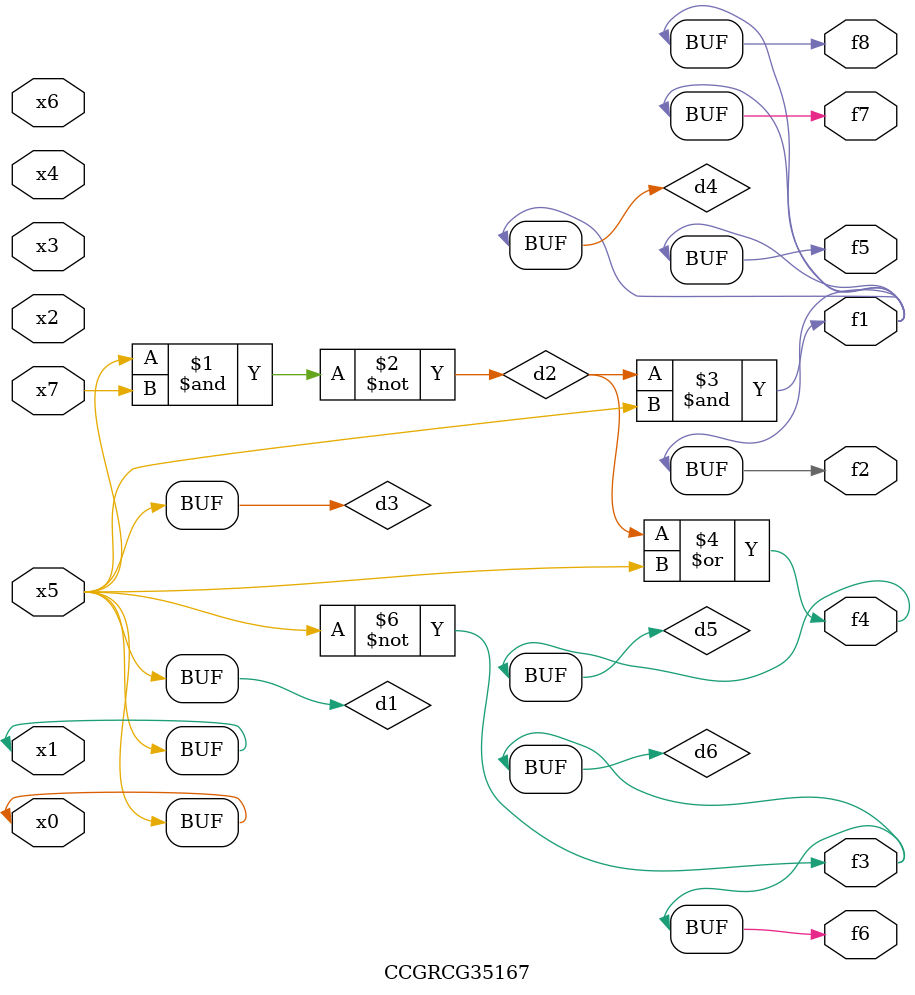
<source format=v>
module CCGRCG35167(
	input x0, x1, x2, x3, x4, x5, x6, x7,
	output f1, f2, f3, f4, f5, f6, f7, f8
);

	wire d1, d2, d3, d4, d5, d6;

	buf (d1, x0, x5);
	nand (d2, x5, x7);
	buf (d3, x0, x1);
	and (d4, d2, d3);
	or (d5, d2, d3);
	nor (d6, d1, d3);
	assign f1 = d4;
	assign f2 = d4;
	assign f3 = d6;
	assign f4 = d5;
	assign f5 = d4;
	assign f6 = d6;
	assign f7 = d4;
	assign f8 = d4;
endmodule

</source>
